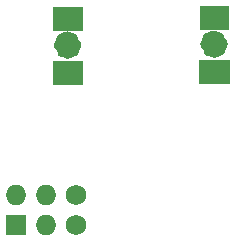
<source format=gbr>
%TF.GenerationSoftware,KiCad,Pcbnew,(6.0.1)*%
%TF.CreationDate,2022-06-11T13:52:42-05:00*%
%TF.ProjectId,HankPropane2.0,48616e6b-5072-46f7-9061-6e65322e302e,rev?*%
%TF.SameCoordinates,Original*%
%TF.FileFunction,Soldermask,Bot*%
%TF.FilePolarity,Negative*%
%FSLAX46Y46*%
G04 Gerber Fmt 4.6, Leading zero omitted, Abs format (unit mm)*
G04 Created by KiCad (PCBNEW (6.0.1)) date 2022-06-11 13:52:42*
%MOMM*%
%LPD*%
G01*
G04 APERTURE LIST*
%ADD10C,1.152495*%
%ADD11C,0.100000*%
%ADD12O,1.727200X1.727200*%
%ADD13R,1.727200X1.727200*%
%ADD14C,1.727200*%
%ADD15R,2.095500X1.397000*%
%ADD16R,2.032000X1.524000*%
G04 APERTURE END LIST*
%TO.C,D1*%
D10*
X189425247Y-96697800D02*
G75*
G03*
X189425247Y-96697800I-576247J0D01*
G01*
D11*
X190068200Y-95377000D02*
X190068200Y-93446600D01*
X190068200Y-93446600D02*
X187629800Y-93446600D01*
X187629800Y-93446600D02*
X187629800Y-95377000D01*
X187629800Y-95377000D02*
X190068200Y-95377000D01*
G36*
X190068200Y-95377000D02*
G01*
X187629800Y-95377000D01*
X187629800Y-93446600D01*
X190068200Y-93446600D01*
X190068200Y-95377000D01*
G37*
X190068200Y-95377000D02*
X187629800Y-95377000D01*
X187629800Y-93446600D01*
X190068200Y-93446600D01*
X190068200Y-95377000D01*
X190093600Y-99999800D02*
X190093600Y-98018600D01*
X190093600Y-98018600D02*
X187604400Y-98018600D01*
X187604400Y-98018600D02*
X187604400Y-99999800D01*
X187604400Y-99999800D02*
X190093600Y-99999800D01*
G36*
X190093600Y-99999800D02*
G01*
X187604400Y-99999800D01*
X187604400Y-98018600D01*
X190093600Y-98018600D01*
X190093600Y-99999800D01*
G37*
X190093600Y-99999800D02*
X187604400Y-99999800D01*
X187604400Y-98018600D01*
X190093600Y-98018600D01*
X190093600Y-99999800D01*
%TO.C,D2*%
D10*
X177030047Y-96774000D02*
G75*
G03*
X177030047Y-96774000I-576247J0D01*
G01*
D11*
X177698400Y-100076000D02*
X177698400Y-98094800D01*
X177698400Y-98094800D02*
X175209200Y-98094800D01*
X175209200Y-98094800D02*
X175209200Y-100076000D01*
X175209200Y-100076000D02*
X177698400Y-100076000D01*
G36*
X177698400Y-100076000D02*
G01*
X175209200Y-100076000D01*
X175209200Y-98094800D01*
X177698400Y-98094800D01*
X177698400Y-100076000D01*
G37*
X177698400Y-100076000D02*
X175209200Y-100076000D01*
X175209200Y-98094800D01*
X177698400Y-98094800D01*
X177698400Y-100076000D01*
X177673000Y-95453200D02*
X177673000Y-93522800D01*
X177673000Y-93522800D02*
X175234600Y-93522800D01*
X175234600Y-93522800D02*
X175234600Y-95453200D01*
X175234600Y-95453200D02*
X177673000Y-95453200D01*
G36*
X177673000Y-95453200D02*
G01*
X175234600Y-95453200D01*
X175234600Y-93522800D01*
X177673000Y-93522800D01*
X177673000Y-95453200D01*
G37*
X177673000Y-95453200D02*
X175234600Y-95453200D01*
X175234600Y-93522800D01*
X177673000Y-93522800D01*
X177673000Y-95453200D01*
%TD*%
D12*
%TO.C,X1*%
X172068800Y-109468600D03*
D13*
X172068800Y-112008600D03*
D12*
X174608800Y-109468600D03*
X174608800Y-112008600D03*
D14*
X177148800Y-109468600D03*
X177148800Y-112008600D03*
%TD*%
D15*
%TO.C,D1*%
X188849000Y-94411800D03*
D16*
X188849000Y-98983800D03*
%TD*%
%TO.C,D2*%
X176453800Y-99060000D03*
D15*
X176453800Y-94488000D03*
%TD*%
M02*

</source>
